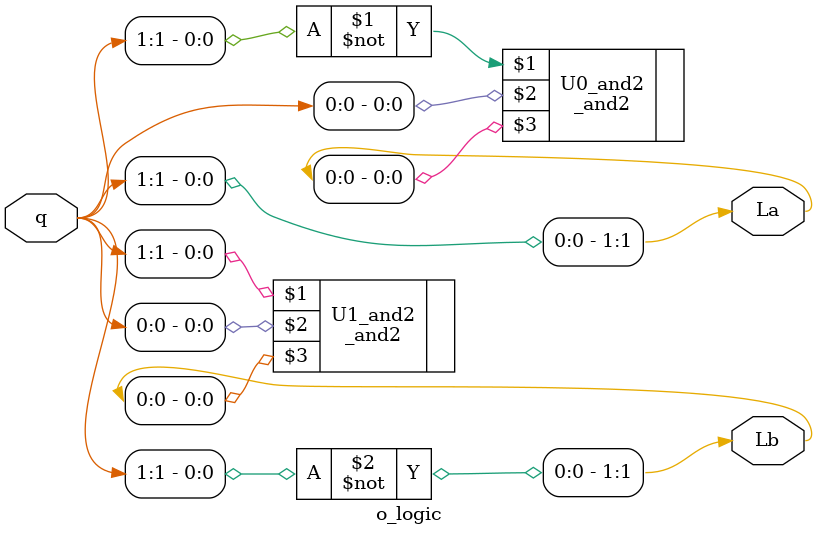
<source format=v>
module o_logic(q,La,Lb);
	input [1:0]q;
	output [1:0]La;
	output [1:0]Lb;
	
	assign La[1] = q[1];
	_and2 U0_and2((~q[1]),q[0],La[0]);
	assign Lb[1] = ~q[1];
	_and2 U1_and2(q[1],q[0],Lb[0]);
	//traffic light instance
endmodule
	
</source>
